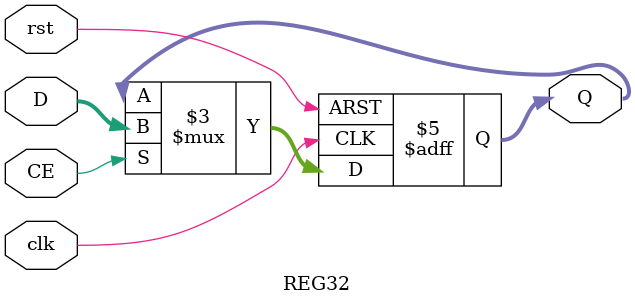
<source format=v>
`timescale 1ns / 1ps


module REG32(
    input clk,
    input rst,
    input CE,
    input [31:0] D,
    output reg [31:0] Q
    );
    always @(posedge clk or posedge rst)
        if(rst == 1'b1) Q <= 32'b0;
        else if(CE) Q <= D;
endmodule

</source>
